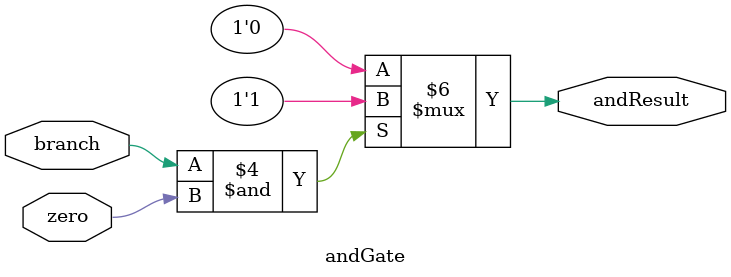
<source format=v>
/* andGate module
 *
 * The andGate module is used for branch instructions. It takes the bitwise
 * and result of the branch control signal and zero signal from the ALU.
 * The output is a single bit that is used for a mux that determines the jump
 * address.
 */
module andGate(input branch, input zero, output reg andResult);

  always @(*)
  begin
    andResult = 0;

    if((branch == 1) & (zero == 1))
      andResult = 1; 
  end

endmodule

</source>
